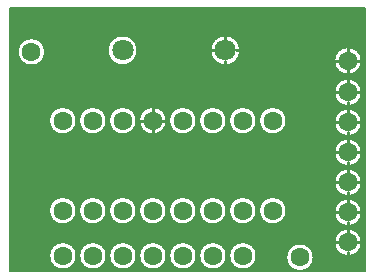
<source format=gtl>
G04 Layer: TopLayer*
G04 EasyEDA Pro v2.2.39.2, 2025-06-16 16:20:03*
G04 Gerber Generator version 0.3*
G04 Scale: 100 percent, Rotated: No, Reflected: No*
G04 Dimensions in millimeters*
G04 Leading zeros omitted, absolute positions, 4 integers and 5 decimals*
G04 Generated by one-click*
%FSLAX45Y45*%
%MOMM*%
%ADD10C,0.2032*%
%ADD11C,0.254*%
%ADD12C,1.6*%
%ADD13C,1.8*%
%ADD14C,0.6307*%
G75*


G04 Copper Start*
G36*
G01X2796286Y370586D02*
G01X2796286Y-1856486D01*
G01X-205486Y-1856486D01*
G01X-205486Y-1727200D01*
G01X125486Y-1727200D01*
G01X127458Y-1748481D01*
G01X133307Y-1769037D01*
G01X142833Y-1788168D01*
G01X155712Y-1805223D01*
G01X171506Y-1819622D01*
G01X189677Y-1830872D01*
G01X209606Y-1838593D01*
G01X230614Y-1842520D01*
G01X251986Y-1842520D01*
G01X272994Y-1838593D01*
G01X292923Y-1830872D01*
G01X311094Y-1819622D01*
G01X326888Y-1805223D01*
G01X339767Y-1788168D01*
G01X349293Y-1769037D01*
G01X355142Y-1748481D01*
G01X357114Y-1727200D01*
G01X357114Y-1727200D01*
G01X379486Y-1727200D01*
G01X381458Y-1748481D01*
G01X387307Y-1769037D01*
G01X396833Y-1788168D01*
G01X409712Y-1805223D01*
G01X425506Y-1819622D01*
G01X443677Y-1830872D01*
G01X463606Y-1838593D01*
G01X484614Y-1842520D01*
G01X505986Y-1842520D01*
G01X526994Y-1838593D01*
G01X546923Y-1830872D01*
G01X565094Y-1819622D01*
G01X580888Y-1805223D01*
G01X593767Y-1788168D01*
G01X603293Y-1769037D01*
G01X609142Y-1748481D01*
G01X611114Y-1727200D01*
G01X611114Y-1727200D01*
G01X633486Y-1727200D01*
G01X635458Y-1748481D01*
G01X641307Y-1769037D01*
G01X650833Y-1788168D01*
G01X663712Y-1805223D01*
G01X679506Y-1819622D01*
G01X697677Y-1830872D01*
G01X717606Y-1838593D01*
G01X738614Y-1842520D01*
G01X759986Y-1842520D01*
G01X780994Y-1838593D01*
G01X800923Y-1830872D01*
G01X819094Y-1819622D01*
G01X834888Y-1805223D01*
G01X847767Y-1788168D01*
G01X857293Y-1769037D01*
G01X863142Y-1748481D01*
G01X865114Y-1727200D01*
G01X865114Y-1727200D01*
G01X887486Y-1727200D01*
G01X889458Y-1748481D01*
G01X895307Y-1769037D01*
G01X904833Y-1788168D01*
G01X917712Y-1805223D01*
G01X933506Y-1819622D01*
G01X951677Y-1830872D01*
G01X971606Y-1838593D01*
G01X992614Y-1842520D01*
G01X1013986Y-1842520D01*
G01X1034994Y-1838593D01*
G01X1054923Y-1830872D01*
G01X1073094Y-1819622D01*
G01X1088888Y-1805223D01*
G01X1101767Y-1788168D01*
G01X1111293Y-1769037D01*
G01X1117142Y-1748481D01*
G01X1119114Y-1727200D01*
G01X1119114Y-1727200D01*
G01X1141486Y-1727200D01*
G01X1143458Y-1748481D01*
G01X1149307Y-1769037D01*
G01X1158833Y-1788168D01*
G01X1171712Y-1805223D01*
G01X1187506Y-1819622D01*
G01X1205677Y-1830872D01*
G01X1225606Y-1838593D01*
G01X1246614Y-1842520D01*
G01X1267986Y-1842520D01*
G01X1288994Y-1838593D01*
G01X1308923Y-1830872D01*
G01X1327094Y-1819622D01*
G01X1342888Y-1805223D01*
G01X1355767Y-1788168D01*
G01X1365293Y-1769037D01*
G01X1371142Y-1748481D01*
G01X1373114Y-1727200D01*
G01X1373114Y-1727200D01*
G01X1395486Y-1727200D01*
G01X1397458Y-1748481D01*
G01X1403307Y-1769037D01*
G01X1412833Y-1788168D01*
G01X1425712Y-1805223D01*
G01X1441506Y-1819622D01*
G01X1459677Y-1830872D01*
G01X1479606Y-1838593D01*
G01X1500614Y-1842520D01*
G01X1521986Y-1842520D01*
G01X1542994Y-1838593D01*
G01X1562923Y-1830872D01*
G01X1581094Y-1819622D01*
G01X1596888Y-1805223D01*
G01X1609767Y-1788168D01*
G01X1619293Y-1769037D01*
G01X1625142Y-1748481D01*
G01X1627114Y-1727200D01*
G01X1627114Y-1727200D01*
G01X1649486Y-1727200D01*
G01X1651458Y-1748481D01*
G01X1657307Y-1769037D01*
G01X1666833Y-1788168D01*
G01X1679712Y-1805223D01*
G01X1695506Y-1819622D01*
G01X1713677Y-1830872D01*
G01X1733606Y-1838593D01*
G01X1754614Y-1842520D01*
G01X1775986Y-1842520D01*
G01X1796994Y-1838593D01*
G01X1816923Y-1830872D01*
G01X1835094Y-1819622D01*
G01X1850888Y-1805223D01*
G01X1863767Y-1788168D01*
G01X1873293Y-1769037D01*
G01X1879142Y-1748481D01*
G01X1879937Y-1739900D01*
G01X2132086Y-1739900D01*
G01X2134058Y-1761181D01*
G01X2139907Y-1781737D01*
G01X2149433Y-1800868D01*
G01X2162312Y-1817923D01*
G01X2178106Y-1832322D01*
G01X2196277Y-1843572D01*
G01X2216206Y-1851293D01*
G01X2237214Y-1855220D01*
G01X2258586Y-1855220D01*
G01X2279594Y-1851293D01*
G01X2299523Y-1843572D01*
G01X2317694Y-1832322D01*
G01X2333488Y-1817923D01*
G01X2346367Y-1800868D01*
G01X2355893Y-1781737D01*
G01X2361742Y-1761181D01*
G01X2363714Y-1739900D01*
G01X2361742Y-1718619D01*
G01X2355893Y-1698063D01*
G01X2346367Y-1678932D01*
G01X2333488Y-1661877D01*
G01X2317694Y-1647478D01*
G01X2299523Y-1636228D01*
G01X2279594Y-1628507D01*
G01X2258586Y-1624580D01*
G01X2237214Y-1624580D01*
G01X2216206Y-1628507D01*
G01X2196277Y-1636228D01*
G01X2178106Y-1647478D01*
G01X2162312Y-1661877D01*
G01X2149433Y-1678932D01*
G01X2139907Y-1698063D01*
G01X2134058Y-1718619D01*
G01X2132086Y-1739900D01*
G01X2132086Y-1739900D01*
G01X1879937Y-1739900D01*
G01X1881114Y-1727200D01*
G01X1879142Y-1705919D01*
G01X1873293Y-1685363D01*
G01X1863767Y-1666232D01*
G01X1850888Y-1649177D01*
G01X1835094Y-1634778D01*
G01X1816923Y-1623528D01*
G01X1796994Y-1615807D01*
G01X1775986Y-1611880D01*
G01X1754614Y-1611880D01*
G01X1733606Y-1615807D01*
G01X1713677Y-1623528D01*
G01X1695506Y-1634778D01*
G01X1679712Y-1649177D01*
G01X1666833Y-1666232D01*
G01X1657307Y-1685363D01*
G01X1651458Y-1705919D01*
G01X1649486Y-1727200D01*
G01X1649486Y-1727200D01*
G01X1627114Y-1727200D01*
G01X1625142Y-1705919D01*
G01X1619293Y-1685363D01*
G01X1609767Y-1666232D01*
G01X1596888Y-1649177D01*
G01X1581094Y-1634778D01*
G01X1562923Y-1623528D01*
G01X1542994Y-1615807D01*
G01X1521986Y-1611880D01*
G01X1500614Y-1611880D01*
G01X1479606Y-1615807D01*
G01X1459677Y-1623528D01*
G01X1441506Y-1634778D01*
G01X1425712Y-1649177D01*
G01X1412833Y-1666232D01*
G01X1403307Y-1685363D01*
G01X1397458Y-1705919D01*
G01X1395486Y-1727200D01*
G01X1395486Y-1727200D01*
G01X1373114Y-1727200D01*
G01X1371142Y-1705919D01*
G01X1365293Y-1685363D01*
G01X1355767Y-1666232D01*
G01X1342888Y-1649177D01*
G01X1327094Y-1634778D01*
G01X1308923Y-1623528D01*
G01X1288994Y-1615807D01*
G01X1267986Y-1611880D01*
G01X1246614Y-1611880D01*
G01X1225606Y-1615807D01*
G01X1205677Y-1623528D01*
G01X1187506Y-1634778D01*
G01X1171712Y-1649177D01*
G01X1158833Y-1666232D01*
G01X1149307Y-1685363D01*
G01X1143458Y-1705919D01*
G01X1141486Y-1727200D01*
G01X1141486Y-1727200D01*
G01X1119114Y-1727200D01*
G01X1117142Y-1705919D01*
G01X1111293Y-1685363D01*
G01X1101767Y-1666232D01*
G01X1088888Y-1649177D01*
G01X1073094Y-1634778D01*
G01X1054923Y-1623528D01*
G01X1034994Y-1615807D01*
G01X1013986Y-1611880D01*
G01X992614Y-1611880D01*
G01X971606Y-1615807D01*
G01X951677Y-1623528D01*
G01X933506Y-1634778D01*
G01X917712Y-1649177D01*
G01X904833Y-1666232D01*
G01X895307Y-1685363D01*
G01X889458Y-1705919D01*
G01X887486Y-1727200D01*
G01X887486Y-1727200D01*
G01X865114Y-1727200D01*
G01X863142Y-1705919D01*
G01X857293Y-1685363D01*
G01X847767Y-1666232D01*
G01X834888Y-1649177D01*
G01X819094Y-1634778D01*
G01X800923Y-1623528D01*
G01X780994Y-1615807D01*
G01X759986Y-1611880D01*
G01X738614Y-1611880D01*
G01X717606Y-1615807D01*
G01X697677Y-1623528D01*
G01X679506Y-1634778D01*
G01X663712Y-1649177D01*
G01X650833Y-1666232D01*
G01X641307Y-1685363D01*
G01X635458Y-1705919D01*
G01X633486Y-1727200D01*
G01X633486Y-1727200D01*
G01X611114Y-1727200D01*
G01X609142Y-1705919D01*
G01X603293Y-1685363D01*
G01X593767Y-1666232D01*
G01X580888Y-1649177D01*
G01X565094Y-1634778D01*
G01X546923Y-1623528D01*
G01X526994Y-1615807D01*
G01X505986Y-1611880D01*
G01X484614Y-1611880D01*
G01X463606Y-1615807D01*
G01X443677Y-1623528D01*
G01X425506Y-1634778D01*
G01X409712Y-1649177D01*
G01X396833Y-1666232D01*
G01X387307Y-1685363D01*
G01X381458Y-1705919D01*
G01X379486Y-1727200D01*
G01X379486Y-1727200D01*
G01X357114Y-1727200D01*
G01X355142Y-1705919D01*
G01X349293Y-1685363D01*
G01X339767Y-1666232D01*
G01X326888Y-1649177D01*
G01X311094Y-1634778D01*
G01X292923Y-1623528D01*
G01X272994Y-1615807D01*
G01X251986Y-1611880D01*
G01X230614Y-1611880D01*
G01X209606Y-1615807D01*
G01X189677Y-1623528D01*
G01X171506Y-1634778D01*
G01X155712Y-1649177D01*
G01X142833Y-1666232D01*
G01X133307Y-1685363D01*
G01X127458Y-1705919D01*
G01X125486Y-1727200D01*
G01X125486Y-1727200D01*
G01X-205486Y-1727200D01*
G01X-205486Y-1602214D01*
G01X2538980Y-1602214D01*
G01X2538980Y-1623586D01*
G01X2542907Y-1644594D01*
G01X2550628Y-1664523D01*
G01X2561878Y-1682694D01*
G01X2576277Y-1698488D01*
G01X2593332Y-1711367D01*
G01X2612463Y-1720893D01*
G01X2633019Y-1726742D01*
G01X2654300Y-1728714D01*
G01X2654300Y-1728714D01*
G01X2675581Y-1726742D01*
G01X2696137Y-1720893D01*
G01X2715268Y-1711367D01*
G01X2732323Y-1698488D01*
G01X2746722Y-1682694D01*
G01X2757972Y-1664523D01*
G01X2765693Y-1644594D01*
G01X2769620Y-1623586D01*
G01X2769620Y-1602214D01*
G01X2765693Y-1581206D01*
G01X2757972Y-1561277D01*
G01X2746722Y-1543106D01*
G01X2732323Y-1527312D01*
G01X2715268Y-1514433D01*
G01X2696137Y-1504907D01*
G01X2675581Y-1499058D01*
G01X2654300Y-1497086D01*
G01X2633019Y-1499058D01*
G01X2612463Y-1504907D01*
G01X2593332Y-1514433D01*
G01X2576277Y-1527312D01*
G01X2561878Y-1543106D01*
G01X2550628Y-1561277D01*
G01X2542907Y-1581206D01*
G01X2538980Y-1602214D01*
G01X-205486Y-1602214D01*
G01X-205486Y-1333853D01*
G01X124634Y-1333853D01*
G01X124634Y-1355225D01*
G01X128561Y-1376233D01*
G01X136282Y-1396162D01*
G01X147532Y-1414332D01*
G01X161931Y-1430126D01*
G01X178986Y-1443006D01*
G01X198117Y-1452532D01*
G01X218673Y-1458381D01*
G01X239954Y-1460353D01*
G01X239954Y-1460353D01*
G01X261235Y-1458381D01*
G01X281791Y-1452532D01*
G01X300922Y-1443006D01*
G01X317977Y-1430126D01*
G01X332375Y-1414332D01*
G01X343626Y-1396162D01*
G01X351347Y-1376233D01*
G01X355274Y-1355225D01*
G01X355274Y-1333853D01*
G01X355274Y-1333853D01*
G01X378634Y-1333853D01*
G01X378634Y-1355225D01*
G01X382561Y-1376233D01*
G01X390282Y-1396162D01*
G01X401532Y-1414332D01*
G01X415931Y-1430126D01*
G01X432986Y-1443006D01*
G01X452117Y-1452532D01*
G01X472673Y-1458381D01*
G01X493954Y-1460353D01*
G01X493954Y-1460353D01*
G01X515235Y-1458381D01*
G01X535791Y-1452532D01*
G01X554922Y-1443006D01*
G01X571977Y-1430126D01*
G01X586375Y-1414332D01*
G01X597626Y-1396162D01*
G01X605347Y-1376233D01*
G01X609274Y-1355225D01*
G01X609274Y-1333853D01*
G01X609274Y-1333853D01*
G01X632634Y-1333853D01*
G01X632634Y-1355225D01*
G01X636561Y-1376233D01*
G01X644282Y-1396162D01*
G01X655532Y-1414332D01*
G01X669931Y-1430126D01*
G01X686986Y-1443006D01*
G01X706117Y-1452532D01*
G01X726673Y-1458381D01*
G01X747954Y-1460353D01*
G01X747954Y-1460353D01*
G01X769235Y-1458381D01*
G01X789791Y-1452532D01*
G01X808922Y-1443006D01*
G01X825977Y-1430126D01*
G01X840375Y-1414332D01*
G01X851626Y-1396162D01*
G01X859347Y-1376233D01*
G01X863274Y-1355225D01*
G01X863274Y-1333853D01*
G01X863274Y-1333853D01*
G01X886634Y-1333853D01*
G01X886634Y-1355225D01*
G01X890561Y-1376233D01*
G01X898282Y-1396162D01*
G01X909532Y-1414332D01*
G01X923931Y-1430126D01*
G01X940986Y-1443006D01*
G01X960117Y-1452532D01*
G01X980673Y-1458381D01*
G01X1001954Y-1460353D01*
G01X1001954Y-1460353D01*
G01X1023235Y-1458381D01*
G01X1043791Y-1452532D01*
G01X1062922Y-1443006D01*
G01X1079977Y-1430126D01*
G01X1094375Y-1414332D01*
G01X1105626Y-1396162D01*
G01X1113347Y-1376233D01*
G01X1117274Y-1355225D01*
G01X1117274Y-1333853D01*
G01X1117274Y-1333853D01*
G01X1140634Y-1333853D01*
G01X1140634Y-1355225D01*
G01X1144561Y-1376233D01*
G01X1152282Y-1396162D01*
G01X1163532Y-1414332D01*
G01X1177931Y-1430126D01*
G01X1194986Y-1443006D01*
G01X1214117Y-1452532D01*
G01X1234673Y-1458381D01*
G01X1255954Y-1460353D01*
G01X1255954Y-1460353D01*
G01X1277235Y-1458381D01*
G01X1297791Y-1452532D01*
G01X1316922Y-1443006D01*
G01X1333977Y-1430126D01*
G01X1348375Y-1414332D01*
G01X1359626Y-1396162D01*
G01X1367347Y-1376233D01*
G01X1371274Y-1355225D01*
G01X1371274Y-1333853D01*
G01X1371274Y-1333853D01*
G01X1394634Y-1333853D01*
G01X1394634Y-1355225D01*
G01X1398561Y-1376233D01*
G01X1406282Y-1396162D01*
G01X1417532Y-1414332D01*
G01X1431931Y-1430126D01*
G01X1448986Y-1443006D01*
G01X1468117Y-1452532D01*
G01X1488673Y-1458381D01*
G01X1509954Y-1460353D01*
G01X1509954Y-1460353D01*
G01X1531235Y-1458381D01*
G01X1551791Y-1452532D01*
G01X1570922Y-1443006D01*
G01X1587977Y-1430126D01*
G01X1602375Y-1414332D01*
G01X1613626Y-1396162D01*
G01X1621347Y-1376233D01*
G01X1625274Y-1355225D01*
G01X1625274Y-1333853D01*
G01X1625274Y-1333853D01*
G01X1648634Y-1333853D01*
G01X1648634Y-1355225D01*
G01X1652561Y-1376233D01*
G01X1660282Y-1396162D01*
G01X1671532Y-1414332D01*
G01X1685931Y-1430126D01*
G01X1702986Y-1443006D01*
G01X1722117Y-1452532D01*
G01X1742673Y-1458381D01*
G01X1763954Y-1460353D01*
G01X1763954Y-1460353D01*
G01X1785235Y-1458381D01*
G01X1805791Y-1452532D01*
G01X1824922Y-1443006D01*
G01X1841977Y-1430126D01*
G01X1856375Y-1414332D01*
G01X1867626Y-1396162D01*
G01X1875347Y-1376233D01*
G01X1879274Y-1355225D01*
G01X1879274Y-1333853D01*
G01X1879274Y-1333853D01*
G01X1902634Y-1333853D01*
G01X1902634Y-1355225D01*
G01X1906561Y-1376233D01*
G01X1914282Y-1396162D01*
G01X1925532Y-1414332D01*
G01X1939931Y-1430126D01*
G01X1956986Y-1443006D01*
G01X1976117Y-1452532D01*
G01X1996673Y-1458381D01*
G01X2017954Y-1460353D01*
G01X2017954Y-1460353D01*
G01X2039235Y-1458381D01*
G01X2059791Y-1452532D01*
G01X2078922Y-1443006D01*
G01X2095977Y-1430126D01*
G01X2110375Y-1414332D01*
G01X2121626Y-1396162D01*
G01X2129347Y-1376233D01*
G01X2133274Y-1355225D01*
G01X2133274Y-1348214D01*
G01X2538980Y-1348214D01*
G01X2538980Y-1369586D01*
G01X2542907Y-1390594D01*
G01X2550628Y-1410523D01*
G01X2561878Y-1428694D01*
G01X2576277Y-1444488D01*
G01X2593332Y-1457367D01*
G01X2612463Y-1466893D01*
G01X2633019Y-1472742D01*
G01X2654300Y-1474714D01*
G01X2654300Y-1474714D01*
G01X2675581Y-1472742D01*
G01X2696137Y-1466893D01*
G01X2715268Y-1457367D01*
G01X2732323Y-1444488D01*
G01X2746722Y-1428694D01*
G01X2757972Y-1410523D01*
G01X2765693Y-1390594D01*
G01X2769620Y-1369586D01*
G01X2769620Y-1348214D01*
G01X2765693Y-1327206D01*
G01X2757972Y-1307277D01*
G01X2746722Y-1289106D01*
G01X2732323Y-1273312D01*
G01X2715268Y-1260433D01*
G01X2696137Y-1250907D01*
G01X2675581Y-1245058D01*
G01X2654300Y-1243086D01*
G01X2633019Y-1245058D01*
G01X2612463Y-1250907D01*
G01X2593332Y-1260433D01*
G01X2576277Y-1273312D01*
G01X2561878Y-1289106D01*
G01X2550628Y-1307277D01*
G01X2542907Y-1327206D01*
G01X2538980Y-1348214D01*
G01X2133274Y-1348214D01*
G01X2133274Y-1333853D01*
G01X2129347Y-1312845D01*
G01X2121626Y-1292916D01*
G01X2110375Y-1274745D01*
G01X2095977Y-1258951D01*
G01X2078922Y-1246072D01*
G01X2059791Y-1236546D01*
G01X2039235Y-1230697D01*
G01X2017954Y-1228725D01*
G01X1996673Y-1230697D01*
G01X1976117Y-1236546D01*
G01X1956986Y-1246072D01*
G01X1939931Y-1258951D01*
G01X1925532Y-1274745D01*
G01X1914282Y-1292916D01*
G01X1906561Y-1312845D01*
G01X1902634Y-1333853D01*
G01X1879274Y-1333853D01*
G01X1875347Y-1312845D01*
G01X1867626Y-1292916D01*
G01X1856375Y-1274745D01*
G01X1841977Y-1258951D01*
G01X1824922Y-1246072D01*
G01X1805791Y-1236546D01*
G01X1785235Y-1230697D01*
G01X1763954Y-1228725D01*
G01X1742673Y-1230697D01*
G01X1722117Y-1236546D01*
G01X1702986Y-1246072D01*
G01X1685931Y-1258951D01*
G01X1671532Y-1274745D01*
G01X1660282Y-1292916D01*
G01X1652561Y-1312845D01*
G01X1648634Y-1333853D01*
G01X1625274Y-1333853D01*
G01X1621347Y-1312845D01*
G01X1613626Y-1292916D01*
G01X1602375Y-1274745D01*
G01X1587977Y-1258951D01*
G01X1570922Y-1246072D01*
G01X1551791Y-1236546D01*
G01X1531235Y-1230697D01*
G01X1509954Y-1228725D01*
G01X1488673Y-1230697D01*
G01X1468117Y-1236546D01*
G01X1448986Y-1246072D01*
G01X1431931Y-1258951D01*
G01X1417532Y-1274745D01*
G01X1406282Y-1292916D01*
G01X1398561Y-1312845D01*
G01X1394634Y-1333853D01*
G01X1371274Y-1333853D01*
G01X1367347Y-1312845D01*
G01X1359626Y-1292916D01*
G01X1348375Y-1274745D01*
G01X1333977Y-1258951D01*
G01X1316922Y-1246072D01*
G01X1297791Y-1236546D01*
G01X1277235Y-1230697D01*
G01X1255954Y-1228725D01*
G01X1234673Y-1230697D01*
G01X1214117Y-1236546D01*
G01X1194986Y-1246072D01*
G01X1177931Y-1258951D01*
G01X1163532Y-1274745D01*
G01X1152282Y-1292916D01*
G01X1144561Y-1312845D01*
G01X1140634Y-1333853D01*
G01X1117274Y-1333853D01*
G01X1113347Y-1312845D01*
G01X1105626Y-1292916D01*
G01X1094375Y-1274745D01*
G01X1079977Y-1258951D01*
G01X1062922Y-1246072D01*
G01X1043791Y-1236546D01*
G01X1023235Y-1230697D01*
G01X1001954Y-1228725D01*
G01X980673Y-1230697D01*
G01X960117Y-1236546D01*
G01X940986Y-1246072D01*
G01X923931Y-1258951D01*
G01X909532Y-1274745D01*
G01X898282Y-1292916D01*
G01X890561Y-1312845D01*
G01X886634Y-1333853D01*
G01X863274Y-1333853D01*
G01X859347Y-1312845D01*
G01X851626Y-1292916D01*
G01X840375Y-1274745D01*
G01X825977Y-1258951D01*
G01X808922Y-1246072D01*
G01X789791Y-1236546D01*
G01X769235Y-1230697D01*
G01X747954Y-1228725D01*
G01X726673Y-1230697D01*
G01X706117Y-1236546D01*
G01X686986Y-1246072D01*
G01X669931Y-1258951D01*
G01X655532Y-1274745D01*
G01X644282Y-1292916D01*
G01X636561Y-1312845D01*
G01X632634Y-1333853D01*
G01X609274Y-1333853D01*
G01X605347Y-1312845D01*
G01X597626Y-1292916D01*
G01X586375Y-1274745D01*
G01X571977Y-1258951D01*
G01X554922Y-1246072D01*
G01X535791Y-1236546D01*
G01X515235Y-1230697D01*
G01X493954Y-1228725D01*
G01X472673Y-1230697D01*
G01X452117Y-1236546D01*
G01X432986Y-1246072D01*
G01X415931Y-1258951D01*
G01X401532Y-1274745D01*
G01X390282Y-1292916D01*
G01X382561Y-1312845D01*
G01X378634Y-1333853D01*
G01X355274Y-1333853D01*
G01X351347Y-1312845D01*
G01X343626Y-1292916D01*
G01X332375Y-1274745D01*
G01X317977Y-1258951D01*
G01X300922Y-1246072D01*
G01X281791Y-1236546D01*
G01X261235Y-1230697D01*
G01X239954Y-1228725D01*
G01X218673Y-1230697D01*
G01X198117Y-1236546D01*
G01X178986Y-1246072D01*
G01X161931Y-1258951D01*
G01X147532Y-1274745D01*
G01X136282Y-1292916D01*
G01X128561Y-1312845D01*
G01X124634Y-1333853D01*
G01X-205486Y-1333853D01*
G01X-205486Y-1094214D01*
G01X2538980Y-1094214D01*
G01X2538980Y-1115586D01*
G01X2542907Y-1136594D01*
G01X2550628Y-1156523D01*
G01X2561878Y-1174694D01*
G01X2576277Y-1190488D01*
G01X2593332Y-1203367D01*
G01X2612463Y-1212893D01*
G01X2633019Y-1218742D01*
G01X2654300Y-1220714D01*
G01X2654300Y-1220714D01*
G01X2675581Y-1218742D01*
G01X2696137Y-1212893D01*
G01X2715268Y-1203367D01*
G01X2732323Y-1190488D01*
G01X2746722Y-1174694D01*
G01X2757972Y-1156523D01*
G01X2765693Y-1136594D01*
G01X2769620Y-1115586D01*
G01X2769620Y-1094214D01*
G01X2765693Y-1073206D01*
G01X2757972Y-1053277D01*
G01X2746722Y-1035106D01*
G01X2732323Y-1019312D01*
G01X2715268Y-1006433D01*
G01X2696137Y-996907D01*
G01X2675581Y-991058D01*
G01X2654300Y-989086D01*
G01X2633019Y-991058D01*
G01X2612463Y-996907D01*
G01X2593332Y-1006433D01*
G01X2576277Y-1019312D01*
G01X2561878Y-1035106D01*
G01X2550628Y-1053277D01*
G01X2542907Y-1073206D01*
G01X2538980Y-1094214D01*
G01X-205486Y-1094214D01*
G01X-205486Y-840214D01*
G01X2538980Y-840214D01*
G01X2538980Y-861586D01*
G01X2542907Y-882594D01*
G01X2550628Y-902523D01*
G01X2561878Y-920694D01*
G01X2576277Y-936488D01*
G01X2593332Y-949367D01*
G01X2612463Y-958893D01*
G01X2633019Y-964742D01*
G01X2654300Y-966714D01*
G01X2654300Y-966714D01*
G01X2675581Y-964742D01*
G01X2696137Y-958893D01*
G01X2715268Y-949367D01*
G01X2732323Y-936488D01*
G01X2746722Y-920694D01*
G01X2757972Y-902523D01*
G01X2765693Y-882594D01*
G01X2769620Y-861586D01*
G01X2769620Y-840214D01*
G01X2765693Y-819206D01*
G01X2757972Y-799277D01*
G01X2746722Y-781106D01*
G01X2732323Y-765312D01*
G01X2715268Y-752433D01*
G01X2696137Y-742907D01*
G01X2675581Y-737058D01*
G01X2654300Y-735086D01*
G01X2633019Y-737058D01*
G01X2612463Y-742907D01*
G01X2593332Y-752433D01*
G01X2576277Y-765312D01*
G01X2561878Y-781106D01*
G01X2550628Y-799277D01*
G01X2542907Y-819206D01*
G01X2538980Y-840214D01*
G01X-205486Y-840214D01*
G01X-205486Y-571853D01*
G01X124634Y-571853D01*
G01X124634Y-593225D01*
G01X128561Y-614233D01*
G01X136282Y-634162D01*
G01X147532Y-652332D01*
G01X161931Y-668126D01*
G01X178986Y-681006D01*
G01X198117Y-690532D01*
G01X218673Y-696381D01*
G01X239954Y-698353D01*
G01X239954Y-698353D01*
G01X261235Y-696381D01*
G01X281791Y-690532D01*
G01X300922Y-681006D01*
G01X317977Y-668126D01*
G01X332375Y-652332D01*
G01X343626Y-634162D01*
G01X351347Y-614233D01*
G01X355274Y-593225D01*
G01X355274Y-571853D01*
G01X355274Y-571853D01*
G01X378634Y-571853D01*
G01X378634Y-593225D01*
G01X382561Y-614233D01*
G01X390282Y-634162D01*
G01X401532Y-652332D01*
G01X415931Y-668126D01*
G01X432986Y-681006D01*
G01X452117Y-690532D01*
G01X472673Y-696381D01*
G01X493954Y-698353D01*
G01X493954Y-698353D01*
G01X515235Y-696381D01*
G01X535791Y-690532D01*
G01X554922Y-681006D01*
G01X571977Y-668126D01*
G01X586375Y-652332D01*
G01X597626Y-634162D01*
G01X605347Y-614233D01*
G01X609274Y-593225D01*
G01X609274Y-571853D01*
G01X609274Y-571853D01*
G01X632634Y-571853D01*
G01X632634Y-593225D01*
G01X636561Y-614233D01*
G01X644282Y-634162D01*
G01X655532Y-652332D01*
G01X669931Y-668126D01*
G01X686986Y-681006D01*
G01X706117Y-690532D01*
G01X726673Y-696381D01*
G01X747954Y-698353D01*
G01X747954Y-698353D01*
G01X769235Y-696381D01*
G01X789791Y-690532D01*
G01X808922Y-681006D01*
G01X825977Y-668126D01*
G01X840375Y-652332D01*
G01X851626Y-634162D01*
G01X859347Y-614233D01*
G01X863274Y-593225D01*
G01X863274Y-571853D01*
G01X863274Y-571853D01*
G01X886634Y-571853D01*
G01X886634Y-593225D01*
G01X890561Y-614233D01*
G01X898282Y-634162D01*
G01X909532Y-652332D01*
G01X923931Y-668126D01*
G01X940986Y-681006D01*
G01X960117Y-690532D01*
G01X980673Y-696381D01*
G01X1001954Y-698353D01*
G01X1001954Y-698353D01*
G01X1023235Y-696381D01*
G01X1043791Y-690532D01*
G01X1062922Y-681006D01*
G01X1079977Y-668126D01*
G01X1094375Y-652332D01*
G01X1105626Y-634162D01*
G01X1113347Y-614233D01*
G01X1117274Y-593225D01*
G01X1117274Y-571853D01*
G01X1117274Y-571853D01*
G01X1140634Y-571853D01*
G01X1140634Y-593225D01*
G01X1144561Y-614233D01*
G01X1152282Y-634162D01*
G01X1163532Y-652332D01*
G01X1177931Y-668126D01*
G01X1194986Y-681006D01*
G01X1214117Y-690532D01*
G01X1234673Y-696381D01*
G01X1255954Y-698353D01*
G01X1255954Y-698353D01*
G01X1277235Y-696381D01*
G01X1297791Y-690532D01*
G01X1316922Y-681006D01*
G01X1333977Y-668126D01*
G01X1348375Y-652332D01*
G01X1359626Y-634162D01*
G01X1367347Y-614233D01*
G01X1371274Y-593225D01*
G01X1371274Y-571853D01*
G01X1371274Y-571853D01*
G01X1394634Y-571853D01*
G01X1394634Y-593225D01*
G01X1398561Y-614233D01*
G01X1406282Y-634162D01*
G01X1417532Y-652332D01*
G01X1431931Y-668126D01*
G01X1448986Y-681006D01*
G01X1468117Y-690532D01*
G01X1488673Y-696381D01*
G01X1509954Y-698353D01*
G01X1509954Y-698353D01*
G01X1531235Y-696381D01*
G01X1551791Y-690532D01*
G01X1570922Y-681006D01*
G01X1587977Y-668126D01*
G01X1602375Y-652332D01*
G01X1613626Y-634162D01*
G01X1621347Y-614233D01*
G01X1625274Y-593225D01*
G01X1625274Y-571853D01*
G01X1625274Y-571853D01*
G01X1648634Y-571853D01*
G01X1648634Y-593225D01*
G01X1652561Y-614233D01*
G01X1660282Y-634162D01*
G01X1671532Y-652332D01*
G01X1685931Y-668126D01*
G01X1702986Y-681006D01*
G01X1722117Y-690532D01*
G01X1742673Y-696381D01*
G01X1763954Y-698353D01*
G01X1763954Y-698353D01*
G01X1785235Y-696381D01*
G01X1805791Y-690532D01*
G01X1824922Y-681006D01*
G01X1841977Y-668126D01*
G01X1856375Y-652332D01*
G01X1867626Y-634162D01*
G01X1875347Y-614233D01*
G01X1879274Y-593225D01*
G01X1879274Y-571853D01*
G01X1879274Y-571853D01*
G01X1902634Y-571853D01*
G01X1902634Y-593225D01*
G01X1906561Y-614233D01*
G01X1914282Y-634162D01*
G01X1925532Y-652332D01*
G01X1939931Y-668126D01*
G01X1956986Y-681006D01*
G01X1976117Y-690532D01*
G01X1996673Y-696381D01*
G01X2017954Y-698353D01*
G01X2017954Y-698353D01*
G01X2039235Y-696381D01*
G01X2059791Y-690532D01*
G01X2078922Y-681006D01*
G01X2095977Y-668126D01*
G01X2110375Y-652332D01*
G01X2121626Y-634162D01*
G01X2129347Y-614233D01*
G01X2133274Y-593225D01*
G01X2133274Y-586214D01*
G01X2538980Y-586214D01*
G01X2538980Y-607586D01*
G01X2542907Y-628594D01*
G01X2550628Y-648523D01*
G01X2561878Y-666694D01*
G01X2576277Y-682488D01*
G01X2593332Y-695367D01*
G01X2612463Y-704893D01*
G01X2633019Y-710742D01*
G01X2654300Y-712714D01*
G01X2654300Y-712714D01*
G01X2675581Y-710742D01*
G01X2696137Y-704893D01*
G01X2715268Y-695367D01*
G01X2732323Y-682488D01*
G01X2746722Y-666694D01*
G01X2757972Y-648523D01*
G01X2765693Y-628594D01*
G01X2769620Y-607586D01*
G01X2769620Y-586214D01*
G01X2765693Y-565206D01*
G01X2757972Y-545277D01*
G01X2746722Y-527106D01*
G01X2732323Y-511312D01*
G01X2715268Y-498433D01*
G01X2696137Y-488907D01*
G01X2675581Y-483058D01*
G01X2654300Y-481086D01*
G01X2633019Y-483058D01*
G01X2612463Y-488907D01*
G01X2593332Y-498433D01*
G01X2576277Y-511312D01*
G01X2561878Y-527106D01*
G01X2550628Y-545277D01*
G01X2542907Y-565206D01*
G01X2538980Y-586214D01*
G01X2133274Y-586214D01*
G01X2133274Y-571853D01*
G01X2129347Y-550845D01*
G01X2121626Y-530916D01*
G01X2110375Y-512745D01*
G01X2095977Y-496951D01*
G01X2078922Y-484072D01*
G01X2059791Y-474546D01*
G01X2039235Y-468697D01*
G01X2017954Y-466725D01*
G01X1996673Y-468697D01*
G01X1976117Y-474546D01*
G01X1956986Y-484072D01*
G01X1939931Y-496951D01*
G01X1925532Y-512745D01*
G01X1914282Y-530916D01*
G01X1906561Y-550845D01*
G01X1902634Y-571853D01*
G01X1879274Y-571853D01*
G01X1875347Y-550845D01*
G01X1867626Y-530916D01*
G01X1856375Y-512745D01*
G01X1841977Y-496951D01*
G01X1824922Y-484072D01*
G01X1805791Y-474546D01*
G01X1785235Y-468697D01*
G01X1763954Y-466725D01*
G01X1742673Y-468697D01*
G01X1722117Y-474546D01*
G01X1702986Y-484072D01*
G01X1685931Y-496951D01*
G01X1671532Y-512745D01*
G01X1660282Y-530916D01*
G01X1652561Y-550845D01*
G01X1648634Y-571853D01*
G01X1625274Y-571853D01*
G01X1621347Y-550845D01*
G01X1613626Y-530916D01*
G01X1602375Y-512745D01*
G01X1587977Y-496951D01*
G01X1570922Y-484072D01*
G01X1551791Y-474546D01*
G01X1531235Y-468697D01*
G01X1509954Y-466725D01*
G01X1488673Y-468697D01*
G01X1468117Y-474546D01*
G01X1448986Y-484072D01*
G01X1431931Y-496951D01*
G01X1417532Y-512745D01*
G01X1406282Y-530916D01*
G01X1398561Y-550845D01*
G01X1394634Y-571853D01*
G01X1371274Y-571853D01*
G01X1367347Y-550845D01*
G01X1359626Y-530916D01*
G01X1348375Y-512745D01*
G01X1333977Y-496951D01*
G01X1316922Y-484072D01*
G01X1297791Y-474546D01*
G01X1277235Y-468697D01*
G01X1255954Y-466725D01*
G01X1234673Y-468697D01*
G01X1214117Y-474546D01*
G01X1194986Y-484072D01*
G01X1177931Y-496951D01*
G01X1163532Y-512745D01*
G01X1152282Y-530916D01*
G01X1144561Y-550845D01*
G01X1140634Y-571853D01*
G01X1117274Y-571853D01*
G01X1113347Y-550845D01*
G01X1105626Y-530916D01*
G01X1094375Y-512745D01*
G01X1079977Y-496951D01*
G01X1062922Y-484072D01*
G01X1043791Y-474546D01*
G01X1023235Y-468697D01*
G01X1001954Y-466725D01*
G01X980673Y-468697D01*
G01X960117Y-474546D01*
G01X940986Y-484072D01*
G01X923931Y-496951D01*
G01X909532Y-512745D01*
G01X898282Y-530916D01*
G01X890561Y-550845D01*
G01X886634Y-571853D01*
G01X863274Y-571853D01*
G01X859347Y-550845D01*
G01X851626Y-530916D01*
G01X840375Y-512745D01*
G01X825977Y-496951D01*
G01X808922Y-484072D01*
G01X789791Y-474546D01*
G01X769235Y-468697D01*
G01X747954Y-466725D01*
G01X726673Y-468697D01*
G01X706117Y-474546D01*
G01X686986Y-484072D01*
G01X669931Y-496951D01*
G01X655532Y-512745D01*
G01X644282Y-530916D01*
G01X636561Y-550845D01*
G01X632634Y-571853D01*
G01X609274Y-571853D01*
G01X605347Y-550845D01*
G01X597626Y-530916D01*
G01X586375Y-512745D01*
G01X571977Y-496951D01*
G01X554922Y-484072D01*
G01X535791Y-474546D01*
G01X515235Y-468697D01*
G01X493954Y-466725D01*
G01X472673Y-468697D01*
G01X452117Y-474546D01*
G01X432986Y-484072D01*
G01X415931Y-496951D01*
G01X401532Y-512745D01*
G01X390282Y-530916D01*
G01X382561Y-550845D01*
G01X378634Y-571853D01*
G01X355274Y-571853D01*
G01X351347Y-550845D01*
G01X343626Y-530916D01*
G01X332375Y-512745D01*
G01X317977Y-496951D01*
G01X300922Y-484072D01*
G01X281791Y-474546D01*
G01X261235Y-468697D01*
G01X239954Y-466725D01*
G01X218673Y-468697D01*
G01X198117Y-474546D01*
G01X178986Y-484072D01*
G01X161931Y-496951D01*
G01X147532Y-512745D01*
G01X136282Y-530916D01*
G01X128561Y-550845D01*
G01X124634Y-571853D01*
G01X-205486Y-571853D01*
G01X-205486Y-332214D01*
G01X2538980Y-332214D01*
G01X2538980Y-353586D01*
G01X2542907Y-374594D01*
G01X2550628Y-394523D01*
G01X2561878Y-412694D01*
G01X2576277Y-428488D01*
G01X2593332Y-441367D01*
G01X2612463Y-450893D01*
G01X2633019Y-456742D01*
G01X2654300Y-458714D01*
G01X2654300Y-458714D01*
G01X2675581Y-456742D01*
G01X2696137Y-450893D01*
G01X2715268Y-441367D01*
G01X2732323Y-428488D01*
G01X2746722Y-412694D01*
G01X2757972Y-394523D01*
G01X2765693Y-374594D01*
G01X2769620Y-353586D01*
G01X2769620Y-332214D01*
G01X2765693Y-311206D01*
G01X2757972Y-291277D01*
G01X2746722Y-273106D01*
G01X2732323Y-257312D01*
G01X2715268Y-244433D01*
G01X2696137Y-234907D01*
G01X2675581Y-229058D01*
G01X2654300Y-227086D01*
G01X2633019Y-229058D01*
G01X2612463Y-234907D01*
G01X2593332Y-244433D01*
G01X2576277Y-257312D01*
G01X2561878Y-273106D01*
G01X2550628Y-291277D01*
G01X2542907Y-311206D01*
G01X2538980Y-332214D01*
G01X-205486Y-332214D01*
G01X-205486Y0D01*
G01X-141214Y0D01*
G01X-139242Y-21281D01*
G01X-133393Y-41837D01*
G01X-123867Y-60968D01*
G01X-110988Y-78023D01*
G01X-95194Y-92422D01*
G01X-77023Y-103672D01*
G01X-57094Y-111393D01*
G01X-36086Y-115320D01*
G01X-14714Y-115320D01*
G01X6294Y-111393D01*
G01X26223Y-103672D01*
G01X44394Y-92422D01*
G01X60188Y-78023D01*
G01X73067Y-60968D01*
G01X82593Y-41837D01*
G01X88442Y-21281D01*
G01X90414Y0D01*
G01X89237Y12700D01*
G01X620286Y12700D01*
G01X622197Y-9147D01*
G01X627873Y-30331D01*
G01X637142Y-50207D01*
G01X649721Y-68172D01*
G01X665228Y-83679D01*
G01X683193Y-96258D01*
G01X703069Y-105526D01*
G01X724252Y-111202D01*
G01X746100Y-113114D01*
G01X767947Y-111202D01*
G01X789130Y-105526D01*
G01X809007Y-96258D01*
G01X826971Y-83679D01*
G01X842479Y-68172D01*
G01X855058Y-50207D01*
G01X864326Y-30331D01*
G01X870002Y-9147D01*
G01X871913Y12700D01*
G01X1490287Y12700D01*
G01X1492198Y-9147D01*
G01X1497874Y-30331D01*
G01X1507142Y-50207D01*
G01X1519721Y-68172D01*
G01X1535229Y-83679D01*
G01X1553193Y-96258D01*
G01X1573070Y-105526D01*
G01X1594253Y-111202D01*
G01X1616100Y-113114D01*
G01X1637948Y-111202D01*
G01X1659131Y-105526D01*
G01X1679007Y-96258D01*
G01X1696972Y-83679D01*
G01X1704451Y-76200D01*
G01X2538486Y-76200D01*
G01X2540458Y-97481D01*
G01X2546307Y-118037D01*
G01X2555833Y-137168D01*
G01X2568712Y-154223D01*
G01X2584506Y-168622D01*
G01X2602677Y-179872D01*
G01X2622606Y-187593D01*
G01X2643614Y-191520D01*
G01X2664986Y-191520D01*
G01X2685994Y-187593D01*
G01X2705923Y-179872D01*
G01X2724094Y-168622D01*
G01X2739888Y-154223D01*
G01X2752767Y-137168D01*
G01X2762293Y-118037D01*
G01X2768142Y-97481D01*
G01X2770114Y-76200D01*
G01X2768142Y-54919D01*
G01X2762293Y-34363D01*
G01X2752767Y-15232D01*
G01X2739888Y1823D01*
G01X2724094Y16222D01*
G01X2705923Y27472D01*
G01X2685994Y35193D01*
G01X2664986Y39120D01*
G01X2643614Y39120D01*
G01X2622606Y35193D01*
G01X2602677Y27472D01*
G01X2584506Y16222D01*
G01X2568712Y1823D01*
G01X2555833Y-15232D01*
G01X2546307Y-34363D01*
G01X2540458Y-54919D01*
G01X2538486Y-76200D01*
G01X2538486Y-76200D01*
G01X1704451Y-76200D01*
G01X1712479Y-68172D01*
G01X1725058Y-50207D01*
G01X1734327Y-30331D01*
G01X1740003Y-9147D01*
G01X1741914Y12700D01*
G01X1740003Y34547D01*
G01X1734327Y55731D01*
G01X1725058Y75607D01*
G01X1712479Y93572D01*
G01X1696972Y109079D01*
G01X1679007Y121658D01*
G01X1659131Y130926D01*
G01X1637948Y136602D01*
G01X1616100Y138514D01*
G01X1594253Y136602D01*
G01X1573070Y130926D01*
G01X1553193Y121658D01*
G01X1535229Y109079D01*
G01X1519721Y93572D01*
G01X1507142Y75607D01*
G01X1497874Y55731D01*
G01X1492198Y34547D01*
G01X1490287Y12700D01*
G01X1490287Y12700D01*
G01X871913Y12700D01*
G01X870002Y34547D01*
G01X864326Y55731D01*
G01X855058Y75607D01*
G01X842479Y93572D01*
G01X826971Y109079D01*
G01X809007Y121658D01*
G01X789130Y130926D01*
G01X767947Y136602D01*
G01X746100Y138514D01*
G01X724252Y136602D01*
G01X703069Y130926D01*
G01X683193Y121658D01*
G01X665228Y109079D01*
G01X649721Y93572D01*
G01X637142Y75607D01*
G01X627873Y55731D01*
G01X622197Y34547D01*
G01X620286Y12700D01*
G01X620286Y12700D01*
G01X89237Y12700D01*
G01X88442Y21281D01*
G01X82593Y41837D01*
G01X73067Y60968D01*
G01X60188Y78023D01*
G01X44394Y92422D01*
G01X26223Y103672D01*
G01X6294Y111393D01*
G01X-14714Y115320D01*
G01X-36086Y115320D01*
G01X-57094Y111393D01*
G01X-77023Y103672D01*
G01X-95194Y92422D01*
G01X-110988Y78023D01*
G01X-123867Y60968D01*
G01X-133393Y41837D01*
G01X-139242Y21281D01*
G01X-141214Y0D01*
G01X-141214Y0D01*
G01X-205486Y0D01*
G01X-205486Y370586D01*
G01X2796286Y370586D01*
G37*
G54D10*
G01X2796286Y370586D02*
G01X2796286Y-1856486D01*
G01X-205486Y-1856486D01*
G01X-205486Y370586D01*
G01X2796286Y370586D01*
G01X-141214Y0D02*
G03X90414Y0I115814J0D01*
G03X-141214Y0I-115814J0D01*
G01X239954Y-698353D02*
G03X239954Y-466725I0J115814D01*
G03X239954Y-698353I0J-115814D01*
G01X239954Y-1460353D02*
G03X239954Y-1228725I0J115814D01*
G03X239954Y-1460353I0J-115814D01*
G01X125486Y-1727200D02*
G03X357114Y-1727200I115814J0D01*
G03X125486Y-1727200I-115814J0D01*
G01X493954Y-698353D02*
G03X493954Y-466725I0J115814D01*
G03X493954Y-698353I0J-115814D01*
G01X493954Y-1460353D02*
G03X493954Y-1228725I0J115814D01*
G03X493954Y-1460353I0J-115814D01*
G01X379486Y-1727200D02*
G03X611114Y-1727200I115814J0D01*
G03X379486Y-1727200I-115814J0D01*
G01X620286Y12700D02*
G03X871913Y12700I125814J0D01*
G03X620286Y12700I-125814J0D01*
G01X747954Y-698353D02*
G03X747954Y-466725I0J115814D01*
G03X747954Y-698353I0J-115814D01*
G01X747954Y-1460353D02*
G03X747954Y-1228725I0J115814D01*
G03X747954Y-1460353I0J-115814D01*
G01X633486Y-1727200D02*
G03X865114Y-1727200I115814J0D01*
G03X633486Y-1727200I-115814J0D01*
G01X1001954Y-698353D02*
G03X1001954Y-466725I0J115814D01*
G03X1001954Y-698353I0J-115814D01*
G01X1001954Y-1460353D02*
G03X1001954Y-1228725I0J115814D01*
G03X1001954Y-1460353I0J-115814D01*
G01X887486Y-1727200D02*
G03X1119114Y-1727200I115814J0D01*
G03X887486Y-1727200I-115814J0D01*
G01X1255954Y-698353D02*
G03X1255954Y-466725I0J115814D01*
G03X1255954Y-698353I0J-115814D01*
G01X1255954Y-1460353D02*
G03X1255954Y-1228725I0J115814D01*
G03X1255954Y-1460353I0J-115814D01*
G01X1141486Y-1727200D02*
G03X1373114Y-1727200I115814J0D01*
G03X1141486Y-1727200I-115814J0D01*
G01X1509954Y-698353D02*
G03X1509954Y-466725I0J115814D01*
G03X1509954Y-698353I0J-115814D01*
G01X1509954Y-1460353D02*
G03X1509954Y-1228725I0J115814D01*
G03X1509954Y-1460353I0J-115814D01*
G01X1395486Y-1727200D02*
G03X1627114Y-1727200I115814J0D01*
G03X1395486Y-1727200I-115814J0D01*
G01X1490287Y12700D02*
G03X1741914Y12700I125814J0D01*
G03X1490287Y12700I-125814J0D01*
G01X1763954Y-698353D02*
G03X1763954Y-466725I0J115814D01*
G03X1763954Y-698353I0J-115814D01*
G01X1763954Y-1460353D02*
G03X1763954Y-1228725I0J115814D01*
G03X1763954Y-1460353I0J-115814D01*
G01X1649486Y-1727200D02*
G03X1881114Y-1727200I115814J0D01*
G03X1649486Y-1727200I-115814J0D01*
G01X2017954Y-698353D02*
G03X2017954Y-466725I0J115814D01*
G03X2017954Y-698353I0J-115814D01*
G01X2017954Y-1460353D02*
G03X2017954Y-1228725I0J115814D01*
G03X2017954Y-1460353I0J-115814D01*
G01X2132086Y-1739900D02*
G03X2363714Y-1739900I115814J0D01*
G03X2132086Y-1739900I-115814J0D01*
G01X2654300Y-458714D02*
G03X2654300Y-227086I0J115814D01*
G03X2654300Y-458714I0J-115814D01*
G01X2538486Y-76200D02*
G03X2770114Y-76200I115814J0D01*
G03X2538486Y-76200I-115814J0D01*
G01X2654300Y-712714D02*
G03X2654300Y-481086I0J115814D01*
G03X2654300Y-712714I0J-115814D01*
G01X2654300Y-966714D02*
G03X2654300Y-735086I0J115814D01*
G03X2654300Y-966714I0J-115814D01*
G01X2654300Y-1220714D02*
G03X2654300Y-989086I0J115814D01*
G03X2654300Y-1220714I0J-115814D01*
G01X2654300Y-1728714D02*
G03X2654300Y-1497086I0J115814D01*
G03X2654300Y-1728714I0J-115814D01*
G01X2654300Y-1474714D02*
G03X2654300Y-1243086I0J115814D01*
G03X2654300Y-1474714I0J-115814D01*
G54D11*
G01X1001954Y-662285D02*
G01X1001954Y-688193D01*
G01X1001954Y-502793D02*
G01X1001954Y-476885D01*
G01X922208Y-582539D02*
G01X896300Y-582539D01*
G01X1081700Y-582539D02*
G01X1107608Y-582539D01*
G01X1526355Y12700D02*
G01X1500447Y12700D01*
G01X1705846Y12700D02*
G01X1731754Y12700D01*
G01X1616100Y102446D02*
G01X1616100Y128354D01*
G01X1616100Y-77046D02*
G01X1616100Y-102954D01*
G01X2574554Y-76200D02*
G01X2548646Y-76200D01*
G01X2734046Y-76200D02*
G01X2759954Y-76200D01*
G01X2654300Y3546D02*
G01X2654300Y29454D01*
G01X2654300Y-155946D02*
G01X2654300Y-181854D01*
G01X2654300Y-422646D02*
G01X2654300Y-448554D01*
G01X2654300Y-263154D02*
G01X2654300Y-237246D01*
G01X2574554Y-342900D02*
G01X2548646Y-342900D01*
G01X2734046Y-342900D02*
G01X2759954Y-342900D01*
G01X2654300Y-676646D02*
G01X2654300Y-702554D01*
G01X2654300Y-517154D02*
G01X2654300Y-491246D01*
G01X2574554Y-596900D02*
G01X2548646Y-596900D01*
G01X2734046Y-596900D02*
G01X2759954Y-596900D01*
G01X2654300Y-930646D02*
G01X2654300Y-956554D01*
G01X2654300Y-771154D02*
G01X2654300Y-745246D01*
G01X2574554Y-850900D02*
G01X2548646Y-850900D01*
G01X2734046Y-850900D02*
G01X2759954Y-850900D01*
G01X2654300Y-1184646D02*
G01X2654300Y-1210554D01*
G01X2654300Y-1025154D02*
G01X2654300Y-999246D01*
G01X2574554Y-1104900D02*
G01X2548646Y-1104900D01*
G01X2734046Y-1104900D02*
G01X2759954Y-1104900D01*
G01X2654300Y-1438646D02*
G01X2654300Y-1464554D01*
G01X2654300Y-1279154D02*
G01X2654300Y-1253246D01*
G01X2574554Y-1358900D02*
G01X2548646Y-1358900D01*
G01X2734046Y-1358900D02*
G01X2759954Y-1358900D01*
G01X2654300Y-1692646D02*
G01X2654300Y-1718554D01*
G01X2654300Y-1533154D02*
G01X2654300Y-1507246D01*
G01X2574554Y-1612900D02*
G01X2548646Y-1612900D01*
G01X2734046Y-1612900D02*
G01X2759954Y-1612900D01*
G04 Copper End*

G04 Pad Start*
G54D12*
G01X2247900Y-1739900D03*
G01X241300Y-1727200D03*
G01X1511300Y-1727200D03*
G01X1257300Y-1727200D03*
G01X1003300Y-1727200D03*
G01X749300Y-1727200D03*
G01X495300Y-1727200D03*
G01X2654300Y-1612900D03*
G01X2654300Y-1358900D03*
G01X2654300Y-1104900D03*
G01X2654300Y-850900D03*
G01X2654300Y-596900D03*
G01X2654300Y-342900D03*
G01X-25400Y0D03*
G01X1765300Y-1727200D03*
G01X2654300Y-76200D03*
G54D13*
G01X746100Y12700D03*
G01X1616100Y12700D03*
G54D12*
G01X239954Y-1344539D03*
G01X493954Y-1344539D03*
G01X747954Y-1344539D03*
G01X1001954Y-1344539D03*
G01X1255954Y-1344539D03*
G01X1509954Y-1344539D03*
G01X1763954Y-1344539D03*
G01X2017954Y-1344539D03*
G01X2017954Y-582539D03*
G01X1763954Y-582539D03*
G01X1509954Y-582539D03*
G01X1255954Y-582539D03*
G01X1001954Y-582539D03*
G01X747954Y-582539D03*
G01X493954Y-582539D03*
G01X239954Y-582539D03*
G04 Pad End*

M02*


</source>
